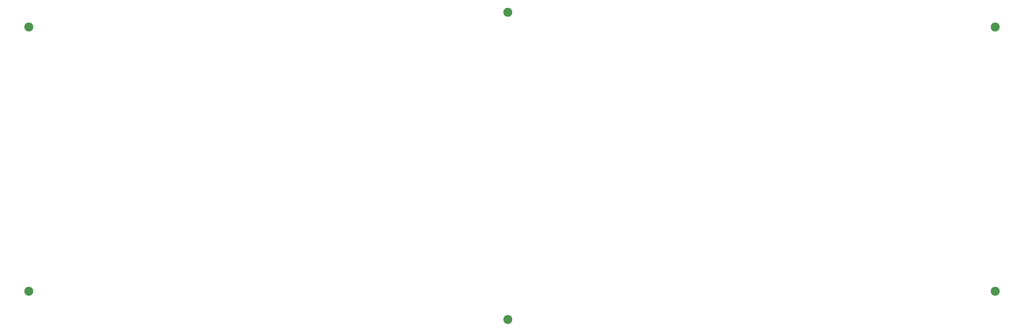
<source format=gbr>
%TF.GenerationSoftware,KiCad,Pcbnew,(5.1.6)-1*%
%TF.CreationDate,2020-09-20T18:38:47+02:00*%
%TF.ProjectId,backplate,6261636b-706c-4617-9465-2e6b69636164,rev?*%
%TF.SameCoordinates,Original*%
%TF.FileFunction,Soldermask,Bot*%
%TF.FilePolarity,Negative*%
%FSLAX46Y46*%
G04 Gerber Fmt 4.6, Leading zero omitted, Abs format (unit mm)*
G04 Created by KiCad (PCBNEW (5.1.6)-1) date 2020-09-20 18:38:47*
%MOMM*%
%LPD*%
G01*
G04 APERTURE LIST*
%ADD10C,3.100000*%
G04 APERTURE END LIST*
D10*
%TO.C,REF\u002A\u002A*%
X211836000Y-181991000D03*
%TD*%
%TO.C,REF\u002A\u002A*%
X211836000Y-76073000D03*
%TD*%
%TO.C,REF\u002A\u002A*%
X379476000Y-172212000D03*
%TD*%
%TO.C,REF\u002A\u002A*%
X379476000Y-81153000D03*
%TD*%
%TO.C,REF\u002A\u002A*%
X47117000Y-81153000D03*
%TD*%
%TO.C,REF\u002A\u002A*%
X47117000Y-172212000D03*
%TD*%
M02*

</source>
